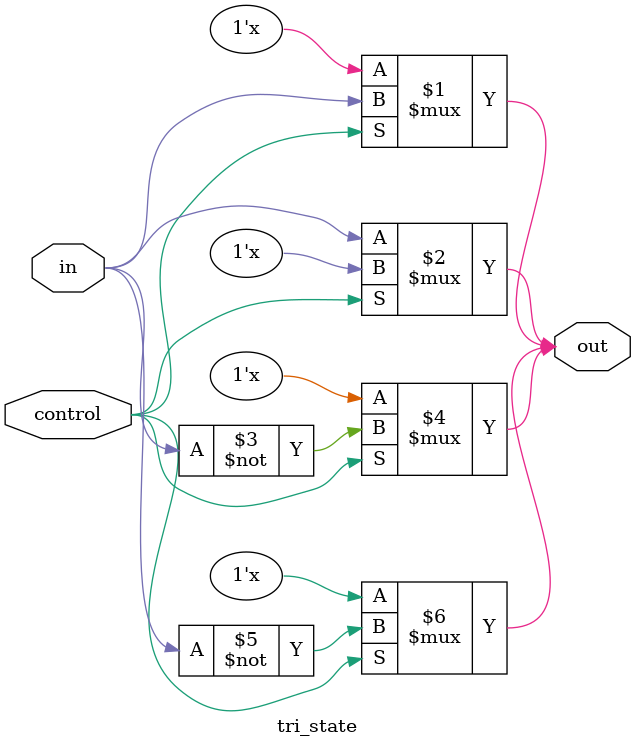
<source format=v>
module tri_state (in,control,out);

input in,control;
output out;



//bufif1
//out = in if control is high , else out = z;

bufif1(out,in,control);



//bufif0
//out = in if control is low, else out = z;

bufif0(out,in,control);



//notif1
//out is complement of in if control is high , else out = z;

notif1(out,in,control);



//notif0
//out is complement of in if control is low, else out = z;

notif0(out,in,control);


endmodule
</source>
